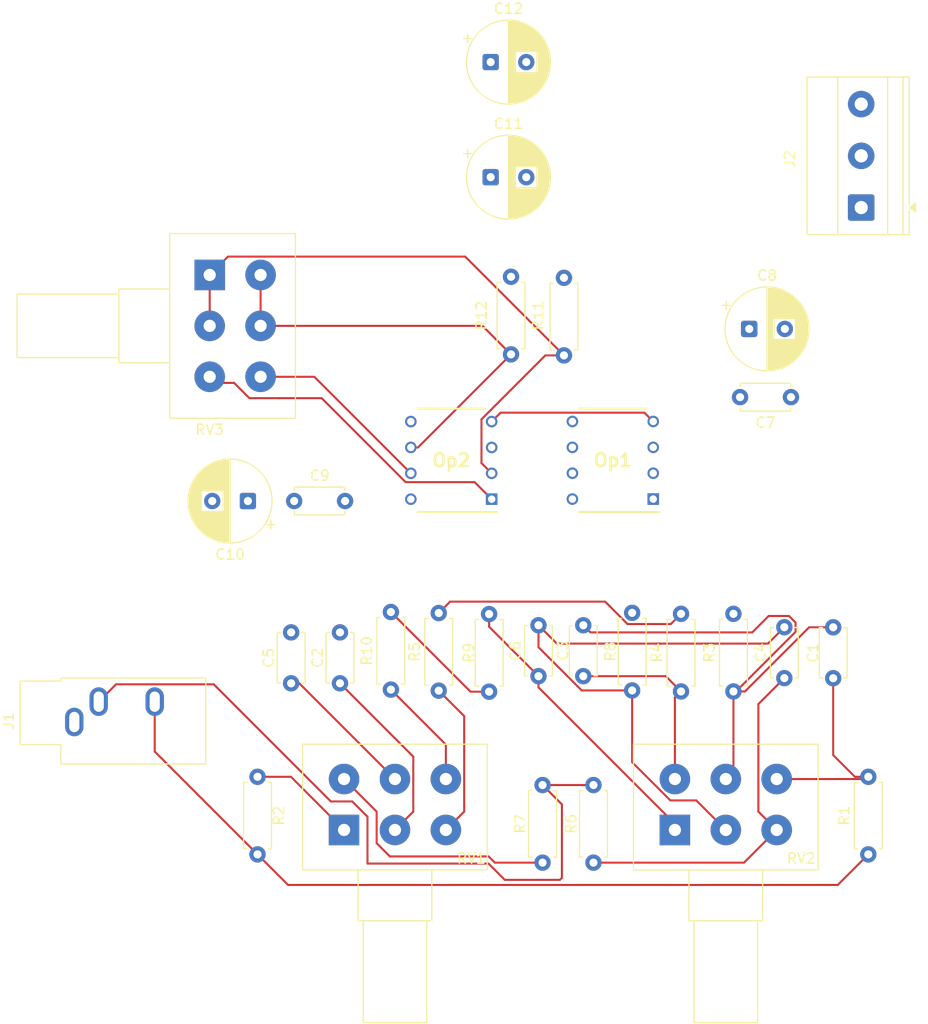
<source format=kicad_pcb>
(kicad_pcb (version 20241229) (generator "pcbnew") (generator_version "9.0")
  (layers (0 "F.Cu" signal) (2 "B.Cu" signal) (13 "F.Paste" user) (15 "B.Paste" user) (5 "F.SilkS" user "F.Silkscreen") (7 "B.SilkS" user "B.Silkscreen") (1 "F.Mask" user) (3 "B.Mask" user) (25 "Edge.Cuts" user))
  (net 0 "")
  (net 1 "/Bass_Boost_RC_R")
  (net 2 "/Bass_Out_R")
  (net 3 "/Right_Out")
  (net 4 "/Treble_Out_R")
  (net 5 "/Bass_Cut_RC_R")
  (net 6 "/Bass_Out_L")
  (net 7 "/Bass_Boost_RC_L")
  (net 8 "/Left_Out")
  (net 9 "/Treble_Out_L")
  (net 10 "/Bass_Cut_RC_L")
  (net 11 "GND")
  (net 12 "-12V")
  (net 13 "+12V")
  (net 14 "/Output_R")
  (net 15 "/Output_L")
  (net 16 "/Right_IN")
  (net 17 "/Left_IN")
  (net 18 "/Right_Feedback")
  (net 19 "/Left_Feedback")
  (net 20 "/Feedback_Res_R")
  (net 21 "/Feedback_Res_L")
  (net 22 "/Treble_Boost_R")
  (net 23 "/Treble_Cut_R")
  (net 24 "/Treble_Boost_L")
  (net 25 "/Treble_Cut_L")
  (net 26 "/Right")
  (net 27 "/Left")
  (footprint "Capacitor_THT:CP_Radial_D8.0mm_P3.50mm" (layer "F.Cu") (at 85.9 78.5)
    (property "Reference" "C11" (at 1.75 -5.25 0) (layer "F.SilkS"))
    (property "Value" "4.7u")
    (pad "1" thru_hole roundrect (at 0 0) (size 1.6 1.6) (drill 0.8) (layers "*.Cu" "*.Mask") (roundrect_rratio 0.15625) (net 14 "/Output_R"))
    (pad "2" thru_hole circle (at 3.5 0) (size 1.6 1.6) (drill 0.8) (layers "*.Cu" "*.Mask") (net 26 "/Right"))
  )
  (footprint "Resistor_THT:R_Axial_DIN0207_L6.3mm_D2.5mm_P7.62mm_Horizontal" (layer "F.Cu") (at 109.75 129 90)
    (property "Reference" "R3" (at 3.81 -2.37 90) (layer "F.SilkS"))
    (property "Value" "27k")
    (pad "1" thru_hole circle (at 0 0 90) (size 1.6 1.6) (drill 0.8) (layers "*.Cu" "*.Mask") (net 2 "/Bass_Out_R"))
    (pad "2" thru_hole circle (at 7.62 0 90) (size 1.6 1.6) (drill 0.8) (layers "*.Cu" "*.Mask") (net 3 "/Right_Out"))
  )
  (footprint "Capacitor_THT:C_Disc_D4.7mm_W2.5mm_P5.00mm" (layer "F.Cu") (at 71.1 123.2 -90)
    (property "Reference" "C2" (at 2.5 2.2 90) (layer "F.SilkS"))
    (property "Value" "1.8n")
    (pad "1" thru_hole circle (at 0 0 270) (size 1.6 1.6) (drill 0.8) (layers "*.Cu" "*.Mask") (net 3 "/Right_Out"))
    (pad "2" thru_hole circle (at 5 0 270) (size 1.6 1.6) (drill 0.8) (layers "*.Cu" "*.Mask") (net 4 "/Treble_Out_R"))
  )
  (footprint "Resistor_THT:R_Axial_DIN0207_L6.3mm_D2.5mm_P7.62mm_Horizontal" (layer "F.Cu") (at 76.1 128.82 90)
    (property "Reference" "R10" (at 3.81 -2.37 90) (layer "F.SilkS"))
    (property "Value" "3.3k")
    (pad "1" thru_hole circle (at 0 0 90) (size 1.6 1.6) (drill 0.8) (layers "*.Cu" "*.Mask") (net 25 "/Treble_Cut_L"))
    (pad "2" thru_hole circle (at 7.62 0 90) (size 1.6 1.6) (drill 0.8) (layers "*.Cu" "*.Mask") (net 19 "/Left_Feedback"))
  )
  (footprint "Resistor_THT:R_Axial_DIN0207_L6.3mm_D2.5mm_P7.62mm_Horizontal" (layer "F.Cu") (at 91 138.19 -90)
    (property "Reference" "R7" (at 3.8 2.2 90) (layer "F.SilkS"))
    (property "Value" "3.3k")
    (pad "1" thru_hole circle (at 0 0 270) (size 1.6 1.6) (drill 0.8) (layers "*.Cu" "*.Mask") (net 17 "/Left_IN"))
    (pad "2" thru_hole circle (at 7.62 0 270) (size 1.6 1.6) (drill 0.8) (layers "*.Cu" "*.Mask") (net 24 "/Treble_Boost_L"))
  )
  (footprint "Capacitor_THT:CP_Radial_D8.0mm_P3.50mm" (layer "F.Cu") (at 62.052651 110.3 180)
    (property "Reference" "C10" (at 1.75 -5.25 0) (layer "F.SilkS"))
    (property "Value" "47u")
    (pad "1" thru_hole roundrect (at 0 0 180) (size 1.6 1.6) (drill 0.8) (layers "*.Cu" "*.Mask") (roundrect_rratio 0.15625) (net 13 "+12V"))
    (pad "2" thru_hole circle (at 3.5 0 180) (size 1.6 1.6) (drill 0.8) (layers "*.Cu" "*.Mask") (net 11 "GND"))
  )
  (footprint "Potentiometer_THT:Potentiometer_Alps_RK163_Dual_Horizontal" (layer "F.Cu") (at 58.3 88.1)
    (property "Reference" "RV3" (at -0.000001 15.199999 0) (layer "F.SilkS"))
    (property "Value" "100k")
    (pad "1" thru_hole rect (at 0 0 180) (size 3 3) (drill 1.2) (layers "*.Cu" "*.Mask") (net 20 "/Feedback_Res_R"))
    (pad "2" thru_hole circle (at 0 5 180) (size 3 3) (drill 1.2) (layers "*.Cu" "*.Mask") (net 20 "/Feedback_Res_R"))
    (pad "3" thru_hole circle (at 0 10 180) (size 3 3) (drill 1.2) (layers "*.Cu" "*.Mask") (net 14 "/Output_R"))
    (pad "4" thru_hole circle (at 5 0 180) (size 3 3) (drill 1.2) (layers "*.Cu" "*.Mask") (net 21 "/Feedback_Res_L"))
    (pad "5" thru_hole circle (at 5 5 180) (size 3 3) (drill 1.2) (layers "*.Cu" "*.Mask") (net 21 "/Feedback_Res_L"))
    (pad "6" thru_hole circle (at 5 10 180) (size 3 3) (drill 1.2) (layers "*.Cu" "*.Mask") (net 15 "/Output_L"))
  )
  (footprint "Capacitor_THT:C_Disc_D4.7mm_W2.5mm_P5.00mm" (layer "F.Cu") (at 66.6 110.3)
    (property "Reference" "C9" (at 2.5 -2.5 0) (layer "F.SilkS"))
    (property "Value" "100n")
    (pad "1" thru_hole circle (at 0 0) (size 1.6 1.6) (drill 0.8) (layers "*.Cu" "*.Mask") (net 11 "GND"))
    (pad "2" thru_hole circle (at 5 0) (size 1.6 1.6) (drill 0.8) (layers "*.Cu" "*.Mask") (net 13 "+12V"))
  )
  (footprint "Resistor_THT:R_Axial_DIN0207_L6.3mm_D2.5mm_P7.62mm_Horizontal" (layer "F.Cu") (at 93.1 96 90)
    (property "Reference" "R11" (at 3.91 -2.55 90) (layer "F.SilkS"))
    (property "Value" "10k")
    (pad "1" thru_hole circle (at 0 0 90) (size 1.6 1.6) (drill 0.8) (layers "*.Cu" "*.Mask") (net 20 "/Feedback_Res_R"))
    (pad "2" thru_hole circle (at 7.62 0 90) (size 1.6 1.6) (drill 0.8) (layers "*.Cu" "*.Mask") (net 11 "GND"))
  )
  (footprint "Capacitor_THT:C_Disc_D4.7mm_W2.5mm_P5.00mm" (layer "F.Cu") (at 114.75 127.69 90)
    (property "Reference" "C4" (at 2.5 -2.3 90) (layer "F.SilkS"))
    (property "Value" "22n")
    (pad "1" thru_hole circle (at 0 0 90) (size 1.6 1.6) (drill 0.8) (layers "*.Cu" "*.Mask") (net 7 "/Bass_Boost_RC_L"))
    (pad "2" thru_hole circle (at 5 0 90) (size 1.6 1.6) (drill 0.8) (layers "*.Cu" "*.Mask") (net 6 "/Bass_Out_L"))
  )
  (footprint "Capacitor_THT:CP_Radial_D8.0mm_P3.50mm" (layer "F.Cu") (at 111.3 93.4)
    (property "Reference" "C8" (at 1.75 -5.25 0) (layer "F.SilkS"))
    (property "Value" "47u")
    (pad "1" thru_hole roundrect (at 0 0) (size 1.6 1.6) (drill 0.8) (layers "*.Cu" "*.Mask") (roundrect_rratio 0.15625) (net 12 "-12V"))
    (pad "2" thru_hole circle (at 3.5 0) (size 1.6 1.6) (drill 0.8) (layers "*.Cu" "*.Mask") (net 11 "GND"))
  )
  (footprint "Resistor_THT:R_Axial_DIN0207_L6.3mm_D2.5mm_P7.62mm_Horizontal" (layer "F.Cu") (at 87.9 95.9 90)
    (property "Reference" "R12" (at 3.81 -2.9 90) (layer "F.SilkS"))
    (property "Value" "10k")
    (pad "1" thru_hole circle (at 0 0 90) (size 1.6 1.6) (drill 0.8) (layers "*.Cu" "*.Mask") (net 21 "/Feedback_Res_L"))
    (pad "2" thru_hole circle (at 7.62 0 90) (size 1.6 1.6) (drill 0.8) (layers "*.Cu" "*.Mask") (net 11 "GND"))
  )
  (footprint "Op-amp_custom:NE5532" (layer "F.Cu") (at 97.9 106.3 180)
    (property "Reference" "Op1" (at 0 0 0) (layer "F.SilkS") (effects (font (size 1.27 1.27) (thickness 0.254))))
    (property "Value" "NE5532" (hide yes))
    (pad "1" thru_hole rect (at -3.97 -3.81 180) (size 1.13 1.13) (drill 0.73) (layers "*.Cu" "*.Mask") (net 18 "/Right_Feedback"))
    (pad "2" thru_hole circle (at -3.97 -1.27 180) (size 1.13 1.13) (drill 0.73) (layers "*.Cu" "*.Mask") (net 3 "/Right_Out"))
    (pad "3" thru_hole circle (at -3.97 1.27 180) (size 1.13 1.13) (drill 0.73) (layers "*.Cu" "*.Mask") (net 11 "GND"))
    (pad "4" thru_hole circle (at -3.97 3.81 180) (size 1.13 1.13) (drill 0.73) (layers "*.Cu" "*.Mask") (net 12 "-12V"))
    (pad "5" thru_hole circle (at 3.97 3.81 180) (size 1.13 1.13) (drill 0.73) (layers "*.Cu" "*.Mask") (net 11 "GND"))
    (pad "6" thru_hole circle (at 3.97 1.27 180) (size 1.13 1.13) (drill 0.73) (layers "*.Cu" "*.Mask") (net 8 "/Left_Out"))
    (pad "7" thru_hole circle (at 3.97 -1.27 180) (size 1.13 1.13) (drill 0.73) (layers "*.Cu" "*.Mask") (net 19 "/Left_Feedback"))
    (pad "8" thru_hole circle (at 3.97 -3.81 180) (size 1.13 1.13) (drill 0.73) (layers "*.Cu" "*.Mask") (net 13 "+12V"))
  )
  (footprint "TerminalBlock_Phoenix:TerminalBlock_Phoenix_MKDS-1,5-3-5.08_1x03_P5.08mm_Horizontal" (layer "F.Cu") (at 122.3 81.485 90)
    (property "Reference" "J2" (at 4.76 -7 90) (layer "F.SilkS"))
    (property "Value" "Screw_Terminal_01x03")
    (pad "1" thru_hole roundrect (at 0 0 90) (size 2.6 2.6) (drill 1.3) (layers "*.Cu" "*.Mask") (roundrect_rratio 0.096154) (net 26 "/Right"))
    (pad "2" thru_hole circle (at 5.08 0 90) (size 2.6 2.6) (drill 1.3) (layers "*.Cu" "*.Mask") (net 11 "GND"))
    (pad "3" thru_hole circle (at 10.16 0 90) (size 2.6 2.6) (drill 1.3) (layers "*.Cu" "*.Mask") (net 27 "/Left"))
  )
  (footprint "Capacitor_THT:C_Disc_D4.7mm_W2.5mm_P5.00mm" (layer "F.Cu") (at 95 127.5 90)
    (property "Reference" "C3" (at 2.5 -2 90) (layer "F.SilkS"))
    (property "Value" "22n")
    (pad "1" thru_hole circle (at 0 0 90) (size 1.6 1.6) (drill 0.8) (layers "*.Cu" "*.Mask") (net 5 "/Bass_Cut_RC_R"))
    (pad "2" thru_hole circle (at 5 0 90) (size 1.6 1.6) (drill 0.8) (layers "*.Cu" "*.Mask") (net 2 "/Bass_Out_R"))
  )
  (footprint "Capacitor_THT:CP_Radial_D8.0mm_P3.50mm" (layer "F.Cu") (at 85.9 67.2)
    (property "Reference" "C12" (at 1.75 -5.25 0) (layer "F.SilkS"))
    (property "Value" "4.7u")
    (pad "1" thru_hole roundrect (at 0 0) (size 1.6 1.6) (drill 0.8) (layers "*.Cu" "*.Mask") (roundrect_rratio 0.15625) (net 15 "/Output_L"))
    (pad "2" thru_hole circle (at 3.5 0) (size 1.6 1.6) (drill 0.8) (layers "*.Cu" "*.Mask") (net 27 "/Left"))
  )
  (footprint "Connector_Audio:Jack_3.5mm_CUI_SJ1-3533NG_Horizontal" (layer "F.Cu") (at 45 132 90)
    (property "Reference" "J1" (at 0.1 -6.45 90) (layer "F.SilkS"))
    (property "Value" "AudioPlug3")
    (pad "R" thru_hole oval (at 2 7.9 90) (size 2.8 1.8) (drill oval 2 1) (layers "*.Cu" "*.Mask") (net 16 "/Right_IN"))
    (pad "S" thru_hole oval (at 0 0 90) (size 2.8 1.8) (drill oval 2 1) (layers "*.Cu" "*.Mask") (net 11 "GND"))
    (pad "T" thru_hole oval (at 2 2.4 90) (size 2.8 1.8) (drill oval 2 1) (layers "*.Cu" "*.Mask") (net 17 "/Left_IN"))
  )
  (footprint "Resistor_THT:R_Axial_DIN0207_L6.3mm_D2.5mm_P7.62mm_Horizontal" (layer "F.Cu") (at 80.8 128.92 90)
    (property "Reference" "R5" (at 3.81 -2.37 90) (layer "F.SilkS"))
    (property "Value" "3.3k")
    (pad "1" thru_hole circle (at 0 0 90) (size 1.6 1.6) (drill 0.8) (layers "*.Cu" "*.Mask") (net 23 "/Treble_Cut_R"))
    (pad "2" thru_hole circle (at 7.62 0 90) (size 1.6 1.6) (drill 0.8) (layers "*.Cu" "*.Mask") (net 18 "/Right_Feedback"))
  )
  (footprint "Capacitor_THT:C_Disc_D4.7mm_W2.5mm_P5.00mm" (layer "F.Cu") (at 66.3 123.2 -90)
    (property "Reference" "C5" (at 2.5 2.2 90) (layer "F.SilkS"))
    (property "Value" "1.8n")
    (pad "1" thru_hole circle (at 0 0 270) (size 1.6 1.6) (drill 0.8) (layers "*.Cu" "*.Mask") (net 8 "/Left_Out"))
    (pad "2" thru_hole circle (at 5 0 270) (size 1.6 1.6) (drill 0.8) (layers "*.Cu" "*.Mask") (net 9 "/Treble_Out_L"))
  )
  (footprint "Capacitor_THT:C_Disc_D4.7mm_W2.5mm_P5.00mm" (layer "F.Cu") (at 119.55 127.7 90)
    (property "Reference" "C1" (at 2.5 -2 90) (layer "F.SilkS"))
    (property "Value" "22n")
    (pad "1" thru_hole circle (at 0 0 90) (size 1.6 1.6) (drill 0.8) (layers "*.Cu" "*.Mask") (net 1 "/Bass_Boost_RC_R"))
    (pad "2" thru_hole circle (at 5 0 90) (size 1.6 1.6) (drill 0.8) (layers "*.Cu" "*.Mask") (net 2 "/Bass_Out_R"))
  )
  (footprint "Potentiometer_THT:Potentiometer_Alps_RK163_Dual_Horizontal" (layer "F.Cu") (at 104 142.6 90)
    (property "Reference" "RV2" (at -2.8 12.4 180) (layer "F.SilkS"))
    (property "Value" "100k")
    (pad "1" thru_hole rect (at 0 0 270) (size 3 3) (drill 1.2) (layers "*.Cu" "*.Mask") (net 10 "/Bass_Cut_RC_L"))
    (pad "2" thru_hole circle (at 0 5 270) (size 3 3) (drill 1.2) (layers "*.Cu" "*.Mask") (net 6 "/Bass_Out_L"))
    (pad "3" thru_hole circle (at 0 10 270) (size 3 3) (drill 1.2) (layers "*.Cu" "*.Mask") (net 7 "/Bass_Boost_RC_L"))
    (pad "4" thru_hole circle (at 5 0 270) (size 3 3) (drill 1.2) (layers "*.Cu" "*.Mask") (net 5 "/Bass_Cut_RC_R"))
    (pad "5" thru_hole circle (at 5 5 270) (size 3 3) (drill 1.2) (layers "*.Cu" "*.Mask") (net 2 "/Bass_Out_R"))
    (pad "6" thru_hole circle (at 5 10 270) (size 3 3) (drill 1.2) (layers "*.Cu" "*.Mask") (net 1 "/Bass_Boost_RC_R"))
  )
  (footprint "Resistor_THT:R_Axial_DIN0207_L6.3mm_D2.5mm_P7.62mm_Horizontal" (layer "F.Cu") (at 104.6 129 90)
    (property "Reference" "R4" (at 3.81 -2.37 90) (layer "F.SilkS"))
    (property "Value" "10k")
    (pad "1" thru_hole circle (at 0 0 90) (size 1.6 1.6) (drill 0.8) (layers "*.Cu" "*.Mask") (net 5 "/Bass_Cut_RC_R"))
    (pad "2" thru_hole circle (at 7.62 0 90) (size 1.6 1.6) (drill 0.8) (layers "*.Cu" "*.Mask") (net 18 "/Right_Feedback"))
  )
  (footprint "Resistor_THT:R_Axial_DIN0207_L6.3mm_D2.5mm_P7.62mm_Horizontal" (layer "F.Cu") (at 85.75 121.4 -90)
    (property "Reference" "R9" (at 3.81 2 90) (layer "F.SilkS"))
    (property "Value" "10k")
    (pad "1" thru_hole circle (at 0 0 270) (size 1.6 1.6) (drill 0.8) (layers "*.Cu" "*.Mask") (net 10 "/Bass_Cut_RC_L"))
    (pad "2" thru_hole circle (at 7.62 0 270) (size 1.6 1.6) (drill 0.8) (layers "*.Cu" "*.Mask") (net 19 "/Left_Feedback"))
  )
  (footprint "Capacitor_THT:C_Disc_D4.7mm_W2.5mm_P5.00mm" (layer "F.Cu") (at 115.4 100.1 180)
    (property "Reference" "C7" (at 2.5 -2.5 0) (layer "F.SilkS"))
    (property "Value" "100n")
    (pad "1" thru_hole circle (at 0 0 180) (size 1.6 1.6) (drill 0.8) (layers "*.Cu" "*.Mask") (net 11 "GND"))
    (pad "2" thru_hole circle (at 5 0 180) (size 1.6 1.6) (drill 0.8) (layers "*.Cu" "*.Mask") (net 12 "-12V"))
  )
  (footprint "Capacitor_THT:C_Disc_D4.7mm_W2.5mm_P5.00mm" (layer "F.Cu") (at 90.6 127.5 90)
    (property "Reference" "C6" (at 2.5 -2.3 90) (layer "F.SilkS"))
    (property "Value" "22n")
    (pad "1" thru_hole circle (at 0 0 90) (size 1.6 1.6) (drill 0.8) (layers "*.Cu" "*.Mask") (net 10 "/Bass_Cut_RC_L"))
    (pad "2" thru_hole circle (at 5 0 90) (size 1.6 1.6) (drill 0.8) (layers "*.Cu" "*.Mask") (net 6 "/Bass_Out_L"))
  )
  (footprint "Potentiometer_THT:Potentiometer_Alps_RK163_Dual_Horizontal" (layer "F.Cu") (at 71.5 142.6 90)
    (property "Reference" "RV1" (at -2.8 12.5 180) (layer "F.SilkS"))
    (property "Value" "100k")
    (pad "1" thru_hole rect (at 0 0 270) (size 3 3) (drill 1.2) (layers "*.Cu" "*.Mask") (net 22 "/Treble_Boost_R"))
    (pad "2" thru_hole circle (at 0 5 270) (size 3 3) (drill 1.2) (layers "*.Cu" "*.Mask") (net 4 "/Treble_Out_R"))
    (pad "3" thru_hole circle (at 0 10 270) (size 3 3) (drill 1.2) (layers "*.Cu" "*.Mask") (net 23 "/Treble_Cut_R"))
    (pad "4" thru_hole circle (at 5 0 270) (size 3 3) (drill 1.2) (layers "*.Cu" "*.Mask") (net 24 "/Treble_Boost_L"))
    (pad "5" thru_hole circle (at 5 5 270) (size 3 3) (drill 1.2) (layers "*.Cu" "*.Mask") (net 9 "/Treble_Out_L"))
    (pad "6" thru_hole circle (at 5 10 270) (size 3 3) (drill 1.2) (layers "*.Cu" "*.Mask") (net 25 "/Treble_Cut_L"))
  )
  (footprint "Resistor_THT:R_Axial_DIN0207_L6.3mm_D2.5mm_P7.62mm_Horizontal" (layer "F.Cu") (at 123 145 90)
    (property "Reference" "R1" (at 3.81 -2.37 90) (layer "F.SilkS"))
    (property "Value" "10k")
    (pad "1" thru_hole circle (at 0 0 90) (size 1.6 1.6) (drill 0.8) (layers "*.Cu" "*.Mask") (net 16 "/Right_IN"))
    (pad "2" thru_hole circle (at 7.62 0 90) (size 1.6 1.6) (drill 0.8) (layers "*.Cu" "*.Mask") (net 1 "/Bass_Boost_RC_R"))
  )
  (footprint "Resistor_THT:R_Axial_DIN0207_L6.3mm_D2.5mm_P7.62mm_Horizontal" (layer "F.Cu") (at 99.8 128.9 90)
    (property "Reference" "R8" (at 3.81 -2.15 90) (layer "F.SilkS"))
    (property "Value" "27k")
    (pad "1" thru_hole circle (at 0 0 90) (size 1.6 1.6) (drill 0.8) (layers "*.Cu" "*.Mask") (net 6 "/Bass_Out_L"))
    (pad "2" thru_hole circle (at 7.62 0 90) (size 1.6 1.6) (drill 0.8) (layers "*.Cu" "*.Mask") (net 8 "/Left_Out"))
  )
  (footprint "Op-amp_custom:NE5532" (layer "F.Cu") (at 82.03 106.31 180)
    (property "Reference" "Op2" (at 0 0 0) (layer "F.SilkS") (effects (font (size 1.27 1.27) (thickness 0.254))))
    (property "Value" "NE5532" (hide yes))
    (pad "1" thru_hole rect (at -3.97 -3.81 180) (size 1.13 1.13) (drill 0.73) (layers "*.Cu" "*.Mask") (net 14 "/Output_R"))
    (pad "2" thru_hole circle (at -3.97 -1.27 180) (size 1.13 1.13) (drill 0.73) (layers "*.Cu" "*.Mask") (net 20 "/Feedback_Res_R"))
    (pad "3" thru_hole circle (at -3.97 1.27 180) (size 1.13 1.13) (drill 0.73) (layers "*.Cu" "*.Mask") (net 18 "/Right_Feedback"))
    (pad "4" thru_hole circle (at -3.97 3.81 180) (size 1.13 1.13) (drill 0.73) (layers "*.Cu" "*.Mask") (net 12 "-12V"))
    (pad "5" thru_hole circle (at 3.97 3.81 180) (size 1.13 1.13) (drill 0.73) (layers "*.Cu" "*.Mask") (net 19 "/Left_Feedback"))
    (pad "6" thru_hole circle (at 3.97 1.27 180) (size 1.13 1.13) (drill 0.73) (layers "*.Cu" "*.Mask") (net 21 "/Feedback_Res_L"))
    (pad "7" thru_hole circle (at 3.97 -1.27 180) (size 1.13 1.13) (drill 0.73) (layers "*.Cu" "*.Mask") (net 15 "/Output_L"))
    (pad "8" thru_hole circle (at 3.97 -3.81 180) (size 1.13 1.13) (drill 0.73) (layers "*.Cu" "*.Mask") (net 13 "+12V"))
  )
  (footprint "Resistor_THT:R_Axial_DIN0207_L6.3mm_D2.5mm_P7.62mm_Horizontal" (layer "F.Cu") (at 96 138.19 -90)
    (property "Reference" "R6" (at 3.81 2.2 90) (layer "F.SilkS"))
    (property "Value" "10k")
    (pad "1" thru_hole circle (at 0 0 270) (size 1.6 1.6) (drill 0.8) (layers "*.Cu" "*.Mask") (net 17 "/Left_IN"))
    (pad "2" thru_hole circle (at 7.62 0 270) (size 1.6 1.6) (drill 0.8) (layers "*.Cu" "*.Mask") (net 7 "/Bass_Boost_RC_L"))
  )
  (footprint "Resistor_THT:R_Axial_DIN0207_L6.3mm_D2.5mm_P7.62mm_Horizontal" (layer "F.Cu") (at 63 145 90)
    (property "Reference" "R2" (at 3.81 2.1 90) (layer "F.SilkS"))
    (property "Value" "3.3k")
    (pad "1" thru_hole circle (at 0 0 90) (size 1.6 1.6) (drill 0.8) (layers "*.Cu" "*.Mask") (net 16 "/Right_IN"))
    (pad "2" thru_hole circle (at 7.62 0 90) (size 1.6 1.6) (drill 0.8) (layers "*.Cu" "*.Mask") (net 22 "/Treble_Boost_R"))
  )
  (segment (start 123 137.38) (end 121.68 137.38) (width 0.2) (layer "F.Cu") (net 1))
  (segment (start 114 137.6) (end 122.78 137.6) (width 0.2) (layer "F.Cu") (net 1))
  (segment (start 121.68 137.38) (end 119.55 135.25) (width 0.2) (layer "F.Cu") (net 1))
  (segment (start 119.55 135.25) (end 119.55 127.7) (width 0.2) (layer "F.Cu") (net 1))
  (segment (start 122.78 137.6) (end 123 137.38) (width 0.2) (layer "F.Cu") (net 1))
  (segment (start 110.88137 129) (end 117.18137 122.7) (width 0.2) (layer "F.Cu") (net 2))
  (segment (start 95.7 123.2) (end 111.6 123.2) (width 0.2) (layer "F.Cu") (net 2))
  (segment (start 95 122.5) (end 95.7 123.2) (width 0.2) (layer "F.Cu") (net 2))
  (segment (start 117.18137 122.7) (end 119.55 122.7) (width 0.2) (layer "F.Cu") (net 2))
  (segment (start 109.75 136.85) (end 109 137.6) (width 0.2) (layer "F.Cu") (net 2))
  (segment (start 111.6 123.2) (end 113.211 121.589) (width 0.2) (layer "F.Cu") (net 2))
  (segment (start 109.75 129) (end 110.88137 129) (width 0.2) (layer "F.Cu") (net 2))
  (segment (start 115.851 122.23395) (end 115.851 123.14605) (width 0.2) (layer "F.Cu") (net 2))
  (segment (start 109.99705 129) (end 109.75 129) (width 0.2) (layer "F.Cu") (net 2))
  (segment (start 113.211 121.589) (end 115.20605 121.589) (width 0.2) (layer "F.Cu") (net 2))
  (segment (start 109.75 129) (end 109.75 136.85) (width 0.2) (layer "F.Cu") (net 2))
  (segment (start 115.851 123.14605) (end 109.99705 129) (width 0.2) (layer "F.Cu") (net 2))
  (segment (start 115.20605 121.589) (end 115.851 122.23395) (width 0.2) (layer "F.Cu") (net 2))
  (segment (start 78.301 135.401) (end 71.1 128.2) (width 0.2) (layer "F.Cu") (net 4))
  (segment (start 78.301 140.799) (end 78.301 135.401) (width 0.2) (layer "F.Cu") (net 4))
  (segment (start 76.5 142.6) (end 78.301 140.799) (width 0.2) (layer "F.Cu") (net 4))
  (segment (start 76.5 142.0329) (end 76.5 142.6) (width 0.2) (layer "F.Cu") (net 4))
  (segment (start 104 137.6) (end 104 129.6) (width 0.2) (layer "F.Cu") (net 5))
  (segment (start 104 129.6) (end 104.6 129) (width 0.2) (layer "F.Cu") (net 5))
  (segment (start 103.1 127.5) (end 95 127.5) (width 0.2) (layer "F.Cu") (net 5))
  (segment (start 104.6 129) (end 103.1 127.5) (width 0.2) (layer "F.Cu") (net 5))
  (segment (start 99.8 128.9) (end 94.84295 128.9) (width 0.2) (layer "F.Cu") (net 6))
  (segment (start 99.8 135.946999) (end 99.8 128.9) (width 0.2) (layer "F.Cu") (net 6))
  (segment (start 94.84295 128.9) (end 90.6 124.65705) (width 0.2) (layer "F.Cu") (net 6))
  (segment (start 90.6 124.65705) (end 90.6 122.5) (width 0.2) (layer "F.Cu") (net 6))
  (segment (start 109 142.6) (end 106.1 139.7) (width 0.2) (layer "F.Cu") (net 6))
  (segment (start 90.6 122.5) (end 92.4 124.3) (width 0.2) (layer "F.Cu") (net 6))
  (segment (start 92.4 124.3) (end 113.14 124.3) (width 0.2) (layer "F.Cu") (net 6))
  (segment (start 106.1 139.7) (end 103.553001 139.7) (width 0.2) (layer "F.Cu") (net 6))
  (segment (start 113.14 124.3) (end 114.75 122.69) (width 0.2) (layer "F.Cu") (net 6))
  (segment (start 103.553001 139.7) (end 99.8 135.946999) (width 0.2) (layer "F.Cu") (net 6))
  (segment (start 96 145.81) (end 110.79 145.81) (width 0.2) (layer "F.Cu") (net 7))
  (segment (start 112.199 140.799) (end 114 142.6) (width 0.2) (layer "F.Cu") (net 7))
  (segment (start 114.75 127.69) (end 112.199 130.241) (width 0.2) (layer "F.Cu") (net 7))
  (segment (start 112.199 130.241) (end 112.199 140.799) (width 0.2) (layer "F.Cu") (net 7))
  (segment (start 110.79 145.81) (end 114 142.6) (width 0.2) (layer "F.Cu") (net 7))
  (segment (start 67.1 128.2) (end 66.3 128.2) (width 0.2) (layer "F.Cu") (net 9))
  (segment (start 76.5 137.6) (end 67.1 128.2) (width 0.2) (layer "F.Cu") (net 9))
  (segment (start 104 142) (end 90.6 128.6) (width 0.2) (layer "F.Cu") (net 10))
  (segment (start 90.6 128.6) (end 90.6 127.5) (width 0.2) (layer "F.Cu") (net 10))
  (segment (start 85.75 122.65) (end 90.6 127.5) (width 0.2) (layer "F.Cu") (net 10))
  (segment (start 104 142.6) (end 104 142) (width 0.2) (layer "F.Cu") (net 10))
  (segment (start 85.75 121.4) (end 85.75 122.65) (width 0.2) (layer "F.Cu") (net 10))
  (segment (start 86.876 101.624) (end 101.004 101.624) (width 0.2) (layer "F.Cu") (net 12))
  (segment (start 101.004 101.624) (end 101.87 102.49) (width 0.2) (layer "F.Cu") (net 12))
  (segment (start 86 102.5) (end 86.876 101.624) (width 0.2) (layer "F.Cu") (net 12))
  (segment (start 78.04 110.1) (end 78.06 110.12) (width 0.2) (layer "F.Cu") (net 13))
  (segment (start 58.9 98.7) (end 58.3 98.1) (width 0.2) (layer "F.Cu") (net 14))
  (segment (start 86 110.12) (end 84.326 108.446) (width 0.2) (layer "F.Cu") (net 14))
  (segment (start 65.101 100.2) (end 65.101 100.199) (width 0.2) (layer "F.Cu") (net 14))
  (segment (start 62.2 100.2) (end 60.7 98.7) (width 0.2) (layer "F.Cu") (net 14))
  (segment (start 65.101 100.199) (end 65.1 100.2) (width 0.2) (layer "F.Cu") (net 14))
  (segment (start 84.326 108.446) (end 77.546 108.446) (width 0.2) (layer "F.Cu") (net 14))
  (segment (start 69.3 100.2) (end 65.101 100.2) (width 0.2) (layer "F.Cu") (net 14))
  (segment (start 77.546 108.446) (end 69.3 100.2) (width 0.2) (layer "F.Cu") (net 14))
  (segment (start 60.7 98.7) (end 58.9 98.7) (width 0.2) (layer "F.Cu") (net 14))
  (segment (start 65.1 100.2) (end 62.2 100.2) (width 0.2) (layer "F.Cu") (net 14))
  (segment (start 68.58 98.1) (end 63.3 98.1) (width 0.2) (layer "F.Cu") (net 15))
  (segment (start 78.06 107.58) (end 68.58 98.1) (width 0.2) (layer "F.Cu") (net 15))
  (segment (start 66 148) (end 120 148) (width 0.2) (layer "F.Cu") (net 16))
  (segment (start 52.9 130) (end 52.9 134.9) (width 0.2) (layer "F.Cu") (net 16))
  (segment (start 52.9 134.9) (end 63 145) (width 0.2) (layer "F.Cu") (net 16))
  (segment (start 120 148) (end 123 145) (width 0.2) (layer "F.Cu") (net 16))
  (segment (start 63 145) (end 66 148) (width 0.2) (layer "F.Cu") (net 16))
  (segment (start 87.29 147.5) (end 92.7 147.5) (width 0.2) (layer "F.Cu") (net 17))
  (segment (start 72.302 139.8) (end 73.8 141.298) (width 0.2) (layer "F.Cu") (net 17))
  (segment (start 85.69 145.9) (end 87.29 147.5) (width 0.2) (layer "F.Cu") (net 17))
  (segment (start 47.4 130) (end 49.101 128.299) (width 0.2) (layer "F.Cu") (net 17))
  (segment (start 70.2 139.8) (end 72.302 139.8) (width 0.2) (layer "F.Cu") (net 17))
  (segment (start 73.8 145.9) (end 85.69 145.9) (width 0.2) (layer "F.Cu") (net 17))
  (segment (start 92.9 140.09) (end 91 138.19) (width 0.2) (layer "F.Cu") (net 17))
  (segment (start 92.7 147.5) (end 92.9 147.3) (width 0.2) (layer "F.Cu") (net 17))
  (segment (start 73.8 141.298) (end 73.8 145.9) (width 0.2) (layer "F.Cu") (net 17))
  (segment (start 49.101 128.299) (end 58.699 128.299) (width 0.2) (layer "F.Cu") (net 17))
  (segment (start 92.9 147.3) (end 92.9 140.09) (width 0.2) (layer "F.Cu") (net 17))
  (segment (start 58.699 128.299) (end 70.2 139.8) (width 0.2) (layer "F.Cu") (net 17))
  (segment (start 96 138.19) (end 91 138.19) (width 0.2) (layer "F.Cu") (net 17))
  (segment (start 97.14195 120.179) (end 99.34395 122.381) (width 0.2) (layer "F.Cu") (net 18))
  (segment (start 80.8 121.3) (end 81.921 120.179) (width 0.2) (layer "F.Cu") (net 18))
  (segment (start 104.6 121.38) (end 104.6 121.2) (width 0.2) (layer "F.Cu") (net 18))
  (segment (start 81.921 120.179) (end 97.14195 120.179) (width 0.2) (layer "F.Cu") (net 18))
  (segment (start 99.34395 122.381) (end 103.599 122.381) (width 0.2) (layer "F.Cu") (net 18))
  (segment (start 103.599 122.381) (end 104.6 121.38) (width 0.2) (layer "F.Cu") (net 18))
  (segment (start 83.92 129.02) (end 76.1 121.2) (width 0.2) (layer "F.Cu") (net 19))
  (segment (start 85.75 129.02) (end 83.92 129.02) (width 0.2) (layer "F.Cu") (net 19))
  (segment (start 76.1 121.2) (end 76.4 121.2) (width 0.2) (layer "F.Cu") (net 19))
  (segment (start 85 102.275291) (end 85 106.58) (width 0.2) (layer "F.Cu") (net 20))
  (segment (start 58.3 88.1) (end 60.1 86.3) (width 0.2) (layer "F.Cu") (net 20))
  (segment (start 85 106.58) (end 86 107.58) (width 0.2) (layer "F.Cu") (net 20))
  (segment (start 60.1 86.3) (end 83.4 86.3) (width 0.2) (layer "F.Cu") (net 20))
  (segment (start 58.3 88.1) (end 58.3 93.1) (width 0.2) (layer "F.Cu") (net 20))
  (segment (start 83.4 86.3) (end 93.1 96) (width 0.2) (layer "F.Cu") (net 20))
  (segment (start 93.1 96) (end 91.275291 96) (width 0.2) (layer "F.Cu") (net 20))
  (segment (start 91.275291 96) (end 85 102.275291) (width 0.2) (layer "F.Cu") (net 20))
  (segment (start 63.3 88.1) (end 63.3 93.1) (width 0.2) (layer "F.Cu") (net 21))
  (segment (start 78.76 105.04) (end 78.06 105.04) (width 0.2) (layer "F.Cu") (net 21))
  (segment (start 63.3 93.1) (end 85.1 93.1) (width 0.2) (layer "F.Cu") (net 21))
  (segment (start 87.9 95.9) (end 78.76 105.04) (width 0.2) (layer "F.Cu") (net 21))
  (segment (start 85.1 93.1) (end 87.9 95.9) (width 0.2) (layer "F.Cu") (net 21))
  (segment (start 63 137.38) (end 66.28 137.38) (width 0.2) (layer "F.Cu") (net 22))
  (segment (start 66.28 137.38) (end 71.5 142.6) (width 0.2) (layer "F.Cu") (net 22))
  (segment (start 83.301 140.799) (end 83.301 131.421) (width 0.2) (layer "F.Cu") (net 23))
  (segment (start 81.5 142.6) (end 83.301 140.799) (width 0.2) (layer "F.Cu") (net 23))
  (segment (start 83.301 131.421) (end 80.8 128.92) (width 0.2) (layer "F.Cu") (net 23))
  (segment (start 71.5 137.6) (end 74.699 140.799) (width 0.2) (layer "F.Cu") (net 24))
  (segment (start 76 145.2) (end 85.7 145.2) (width 0.2) (layer "F.Cu") (net 24))
  (segment (start 74.699 143.899) (end 76 145.2) (width 0.2) (layer "F.Cu") (net 24))
  (segment (start 74.699 140.799) (end 74.699 143.899) (width 0.2) (layer "F.Cu") (net 24))
  (segment (start 86.31 145.81) (end 91 145.81) (width 0.2) (layer "F.Cu") (net 24))
  (segment (start 85.7 145.2) (end 86.31 145.81) (width 0.2) (layer "F.Cu") (net 24))
  (segment (start 81.5 137.6) (end 81.5 134.22) (width 0.2) (layer "F.Cu") (net 25))
  (segment (start 80.75 136.85) (end 81.5 137.6) (width 0.2) (layer "F.Cu") (net 25))
  (segment (start 81.5 134.22) (end 76.1 128.82) (width 0.2) (layer "F.Cu") (net 25))
)
</source>
